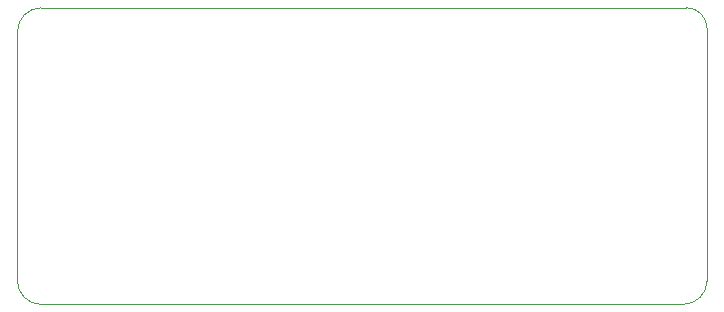
<source format=gbr>
%TF.GenerationSoftware,Altium Limited,Altium Designer,20.0.10 (225)*%
G04 Layer_Color=0*
%FSLAX26Y26*%
%MOIN*%
%TF.FileFunction,Profile,NP*%
%TF.Part,Single*%
G01*
G75*
%TA.AperFunction,Profile*%
%ADD40C,0.001000*%
D40*
X2723740Y4011260D02*
G02*
X2645000Y4090000I0J78740D01*
G01*
Y4922000D01*
X2645260Y4921000D01*
D02*
G02*
X2724000Y4999740I78740J0D01*
G01*
X2725000Y5000000D01*
X4874811D01*
D02*
G02*
X4944244Y4930567I0J-69433D01*
G01*
X4944015Y4930454D01*
X4944000Y4921000D01*
Y4089000D01*
X4943740Y4090000D01*
D02*
G02*
X4865000Y4011260I-78740J0D01*
G01*
Y4011000D01*
X2723740Y4011260D01*
%TF.MD5,1728a0de973782711a5df79b6eae1aa1*%
M02*

</source>
